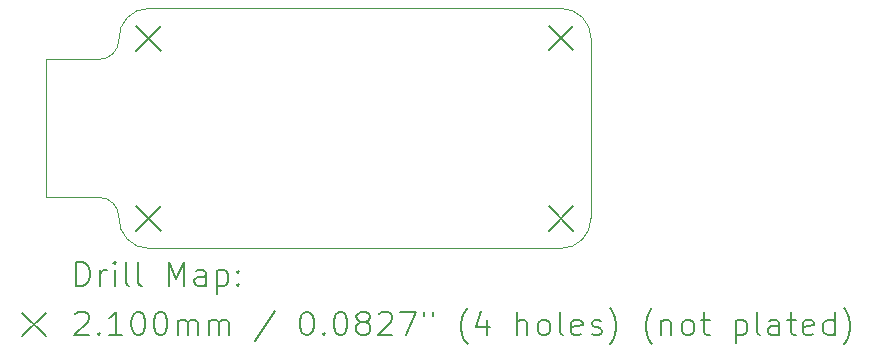
<source format=gbr>
%TF.GenerationSoftware,KiCad,Pcbnew,7.0.6*%
%TF.CreationDate,2024-02-06T23:20:28+01:00*%
%TF.ProjectId,USB2CANv2,55534232-4341-44e7-9632-2e6b69636164,0_2*%
%TF.SameCoordinates,Original*%
%TF.FileFunction,Drillmap*%
%TF.FilePolarity,Positive*%
%FSLAX45Y45*%
G04 Gerber Fmt 4.5, Leading zero omitted, Abs format (unit mm)*
G04 Created by KiCad (PCBNEW 7.0.6) date 2024-02-06 23:20:28*
%MOMM*%
%LPD*%
G01*
G04 APERTURE LIST*
%ADD10C,0.100000*%
%ADD11C,0.200000*%
%ADD12C,0.210000*%
G04 APERTURE END LIST*
D10*
X16712960Y-9001915D02*
X16712960Y-10525808D01*
X16712960Y-9001915D02*
G75*
G03*
X16458960Y-8747915I-254000J0D01*
G01*
X12969240Y-8747760D02*
X16458960Y-8747915D01*
X12969240Y-10779963D02*
X16458960Y-10779808D01*
X12099847Y-9179841D02*
X12099847Y-10347882D01*
X12547600Y-9179763D02*
X12099847Y-9179841D01*
X12547600Y-9179763D02*
G75*
G03*
X12715240Y-9012123I0J167640D01*
G01*
X12547600Y-10347960D02*
X12099847Y-10347882D01*
X12715240Y-10515600D02*
G75*
G03*
X12547600Y-10347960I-167640J0D01*
G01*
X12969240Y-8747760D02*
G75*
G03*
X12715240Y-9012123I0J-254204D01*
G01*
X12715240Y-10515600D02*
G75*
G03*
X12969240Y-10779963I254000J-10160D01*
G01*
X16458960Y-10779808D02*
G75*
G03*
X16712960Y-10525808I0J254000D01*
G01*
D11*
D12*
X12864240Y-8896760D02*
X13074240Y-9106760D01*
X13074240Y-8896760D02*
X12864240Y-9106760D01*
X12864240Y-10420760D02*
X13074240Y-10630760D01*
X13074240Y-10420760D02*
X12864240Y-10630760D01*
X16353960Y-10420808D02*
X16563960Y-10630808D01*
X16563960Y-10420808D02*
X16353960Y-10630808D01*
X16354183Y-8893454D02*
X16564183Y-9103454D01*
X16564183Y-8893454D02*
X16354183Y-9103454D01*
D11*
X12355624Y-11096447D02*
X12355624Y-10896447D01*
X12355624Y-10896447D02*
X12403243Y-10896447D01*
X12403243Y-10896447D02*
X12431814Y-10905971D01*
X12431814Y-10905971D02*
X12450862Y-10925018D01*
X12450862Y-10925018D02*
X12460385Y-10944066D01*
X12460385Y-10944066D02*
X12469909Y-10982161D01*
X12469909Y-10982161D02*
X12469909Y-11010733D01*
X12469909Y-11010733D02*
X12460385Y-11048828D01*
X12460385Y-11048828D02*
X12450862Y-11067875D01*
X12450862Y-11067875D02*
X12431814Y-11086923D01*
X12431814Y-11086923D02*
X12403243Y-11096447D01*
X12403243Y-11096447D02*
X12355624Y-11096447D01*
X12555624Y-11096447D02*
X12555624Y-10963114D01*
X12555624Y-11001209D02*
X12565147Y-10982161D01*
X12565147Y-10982161D02*
X12574671Y-10972637D01*
X12574671Y-10972637D02*
X12593719Y-10963114D01*
X12593719Y-10963114D02*
X12612766Y-10963114D01*
X12679433Y-11096447D02*
X12679433Y-10963114D01*
X12679433Y-10896447D02*
X12669909Y-10905971D01*
X12669909Y-10905971D02*
X12679433Y-10915495D01*
X12679433Y-10915495D02*
X12688957Y-10905971D01*
X12688957Y-10905971D02*
X12679433Y-10896447D01*
X12679433Y-10896447D02*
X12679433Y-10915495D01*
X12803243Y-11096447D02*
X12784195Y-11086923D01*
X12784195Y-11086923D02*
X12774671Y-11067875D01*
X12774671Y-11067875D02*
X12774671Y-10896447D01*
X12908004Y-11096447D02*
X12888957Y-11086923D01*
X12888957Y-11086923D02*
X12879433Y-11067875D01*
X12879433Y-11067875D02*
X12879433Y-10896447D01*
X13136576Y-11096447D02*
X13136576Y-10896447D01*
X13136576Y-10896447D02*
X13203243Y-11039304D01*
X13203243Y-11039304D02*
X13269909Y-10896447D01*
X13269909Y-10896447D02*
X13269909Y-11096447D01*
X13450862Y-11096447D02*
X13450862Y-10991685D01*
X13450862Y-10991685D02*
X13441338Y-10972637D01*
X13441338Y-10972637D02*
X13422290Y-10963114D01*
X13422290Y-10963114D02*
X13384195Y-10963114D01*
X13384195Y-10963114D02*
X13365147Y-10972637D01*
X13450862Y-11086923D02*
X13431814Y-11096447D01*
X13431814Y-11096447D02*
X13384195Y-11096447D01*
X13384195Y-11096447D02*
X13365147Y-11086923D01*
X13365147Y-11086923D02*
X13355624Y-11067875D01*
X13355624Y-11067875D02*
X13355624Y-11048828D01*
X13355624Y-11048828D02*
X13365147Y-11029780D01*
X13365147Y-11029780D02*
X13384195Y-11020256D01*
X13384195Y-11020256D02*
X13431814Y-11020256D01*
X13431814Y-11020256D02*
X13450862Y-11010733D01*
X13546100Y-10963114D02*
X13546100Y-11163114D01*
X13546100Y-10972637D02*
X13565147Y-10963114D01*
X13565147Y-10963114D02*
X13603243Y-10963114D01*
X13603243Y-10963114D02*
X13622290Y-10972637D01*
X13622290Y-10972637D02*
X13631814Y-10982161D01*
X13631814Y-10982161D02*
X13641338Y-11001209D01*
X13641338Y-11001209D02*
X13641338Y-11058352D01*
X13641338Y-11058352D02*
X13631814Y-11077399D01*
X13631814Y-11077399D02*
X13622290Y-11086923D01*
X13622290Y-11086923D02*
X13603243Y-11096447D01*
X13603243Y-11096447D02*
X13565147Y-11096447D01*
X13565147Y-11096447D02*
X13546100Y-11086923D01*
X13727052Y-11077399D02*
X13736576Y-11086923D01*
X13736576Y-11086923D02*
X13727052Y-11096447D01*
X13727052Y-11096447D02*
X13717528Y-11086923D01*
X13717528Y-11086923D02*
X13727052Y-11077399D01*
X13727052Y-11077399D02*
X13727052Y-11096447D01*
X13727052Y-10972637D02*
X13736576Y-10982161D01*
X13736576Y-10982161D02*
X13727052Y-10991685D01*
X13727052Y-10991685D02*
X13717528Y-10982161D01*
X13717528Y-10982161D02*
X13727052Y-10972637D01*
X13727052Y-10972637D02*
X13727052Y-10991685D01*
X11894847Y-11324963D02*
X12094847Y-11524963D01*
X12094847Y-11324963D02*
X11894847Y-11524963D01*
X12346100Y-11335494D02*
X12355624Y-11325971D01*
X12355624Y-11325971D02*
X12374671Y-11316447D01*
X12374671Y-11316447D02*
X12422290Y-11316447D01*
X12422290Y-11316447D02*
X12441338Y-11325971D01*
X12441338Y-11325971D02*
X12450862Y-11335494D01*
X12450862Y-11335494D02*
X12460385Y-11354542D01*
X12460385Y-11354542D02*
X12460385Y-11373590D01*
X12460385Y-11373590D02*
X12450862Y-11402161D01*
X12450862Y-11402161D02*
X12336576Y-11516447D01*
X12336576Y-11516447D02*
X12460385Y-11516447D01*
X12546100Y-11497399D02*
X12555624Y-11506923D01*
X12555624Y-11506923D02*
X12546100Y-11516447D01*
X12546100Y-11516447D02*
X12536576Y-11506923D01*
X12536576Y-11506923D02*
X12546100Y-11497399D01*
X12546100Y-11497399D02*
X12546100Y-11516447D01*
X12746100Y-11516447D02*
X12631814Y-11516447D01*
X12688957Y-11516447D02*
X12688957Y-11316447D01*
X12688957Y-11316447D02*
X12669909Y-11345018D01*
X12669909Y-11345018D02*
X12650862Y-11364066D01*
X12650862Y-11364066D02*
X12631814Y-11373590D01*
X12869909Y-11316447D02*
X12888957Y-11316447D01*
X12888957Y-11316447D02*
X12908005Y-11325971D01*
X12908005Y-11325971D02*
X12917528Y-11335494D01*
X12917528Y-11335494D02*
X12927052Y-11354542D01*
X12927052Y-11354542D02*
X12936576Y-11392637D01*
X12936576Y-11392637D02*
X12936576Y-11440256D01*
X12936576Y-11440256D02*
X12927052Y-11478352D01*
X12927052Y-11478352D02*
X12917528Y-11497399D01*
X12917528Y-11497399D02*
X12908005Y-11506923D01*
X12908005Y-11506923D02*
X12888957Y-11516447D01*
X12888957Y-11516447D02*
X12869909Y-11516447D01*
X12869909Y-11516447D02*
X12850862Y-11506923D01*
X12850862Y-11506923D02*
X12841338Y-11497399D01*
X12841338Y-11497399D02*
X12831814Y-11478352D01*
X12831814Y-11478352D02*
X12822290Y-11440256D01*
X12822290Y-11440256D02*
X12822290Y-11392637D01*
X12822290Y-11392637D02*
X12831814Y-11354542D01*
X12831814Y-11354542D02*
X12841338Y-11335494D01*
X12841338Y-11335494D02*
X12850862Y-11325971D01*
X12850862Y-11325971D02*
X12869909Y-11316447D01*
X13060385Y-11316447D02*
X13079433Y-11316447D01*
X13079433Y-11316447D02*
X13098481Y-11325971D01*
X13098481Y-11325971D02*
X13108005Y-11335494D01*
X13108005Y-11335494D02*
X13117528Y-11354542D01*
X13117528Y-11354542D02*
X13127052Y-11392637D01*
X13127052Y-11392637D02*
X13127052Y-11440256D01*
X13127052Y-11440256D02*
X13117528Y-11478352D01*
X13117528Y-11478352D02*
X13108005Y-11497399D01*
X13108005Y-11497399D02*
X13098481Y-11506923D01*
X13098481Y-11506923D02*
X13079433Y-11516447D01*
X13079433Y-11516447D02*
X13060385Y-11516447D01*
X13060385Y-11516447D02*
X13041338Y-11506923D01*
X13041338Y-11506923D02*
X13031814Y-11497399D01*
X13031814Y-11497399D02*
X13022290Y-11478352D01*
X13022290Y-11478352D02*
X13012766Y-11440256D01*
X13012766Y-11440256D02*
X13012766Y-11392637D01*
X13012766Y-11392637D02*
X13022290Y-11354542D01*
X13022290Y-11354542D02*
X13031814Y-11335494D01*
X13031814Y-11335494D02*
X13041338Y-11325971D01*
X13041338Y-11325971D02*
X13060385Y-11316447D01*
X13212766Y-11516447D02*
X13212766Y-11383113D01*
X13212766Y-11402161D02*
X13222290Y-11392637D01*
X13222290Y-11392637D02*
X13241338Y-11383113D01*
X13241338Y-11383113D02*
X13269909Y-11383113D01*
X13269909Y-11383113D02*
X13288957Y-11392637D01*
X13288957Y-11392637D02*
X13298481Y-11411685D01*
X13298481Y-11411685D02*
X13298481Y-11516447D01*
X13298481Y-11411685D02*
X13308005Y-11392637D01*
X13308005Y-11392637D02*
X13327052Y-11383113D01*
X13327052Y-11383113D02*
X13355624Y-11383113D01*
X13355624Y-11383113D02*
X13374671Y-11392637D01*
X13374671Y-11392637D02*
X13384195Y-11411685D01*
X13384195Y-11411685D02*
X13384195Y-11516447D01*
X13479433Y-11516447D02*
X13479433Y-11383113D01*
X13479433Y-11402161D02*
X13488957Y-11392637D01*
X13488957Y-11392637D02*
X13508005Y-11383113D01*
X13508005Y-11383113D02*
X13536576Y-11383113D01*
X13536576Y-11383113D02*
X13555624Y-11392637D01*
X13555624Y-11392637D02*
X13565147Y-11411685D01*
X13565147Y-11411685D02*
X13565147Y-11516447D01*
X13565147Y-11411685D02*
X13574671Y-11392637D01*
X13574671Y-11392637D02*
X13593719Y-11383113D01*
X13593719Y-11383113D02*
X13622290Y-11383113D01*
X13622290Y-11383113D02*
X13641338Y-11392637D01*
X13641338Y-11392637D02*
X13650862Y-11411685D01*
X13650862Y-11411685D02*
X13650862Y-11516447D01*
X14041338Y-11306923D02*
X13869909Y-11564066D01*
X14298481Y-11316447D02*
X14317529Y-11316447D01*
X14317529Y-11316447D02*
X14336576Y-11325971D01*
X14336576Y-11325971D02*
X14346100Y-11335494D01*
X14346100Y-11335494D02*
X14355624Y-11354542D01*
X14355624Y-11354542D02*
X14365148Y-11392637D01*
X14365148Y-11392637D02*
X14365148Y-11440256D01*
X14365148Y-11440256D02*
X14355624Y-11478352D01*
X14355624Y-11478352D02*
X14346100Y-11497399D01*
X14346100Y-11497399D02*
X14336576Y-11506923D01*
X14336576Y-11506923D02*
X14317529Y-11516447D01*
X14317529Y-11516447D02*
X14298481Y-11516447D01*
X14298481Y-11516447D02*
X14279433Y-11506923D01*
X14279433Y-11506923D02*
X14269909Y-11497399D01*
X14269909Y-11497399D02*
X14260386Y-11478352D01*
X14260386Y-11478352D02*
X14250862Y-11440256D01*
X14250862Y-11440256D02*
X14250862Y-11392637D01*
X14250862Y-11392637D02*
X14260386Y-11354542D01*
X14260386Y-11354542D02*
X14269909Y-11335494D01*
X14269909Y-11335494D02*
X14279433Y-11325971D01*
X14279433Y-11325971D02*
X14298481Y-11316447D01*
X14450862Y-11497399D02*
X14460386Y-11506923D01*
X14460386Y-11506923D02*
X14450862Y-11516447D01*
X14450862Y-11516447D02*
X14441338Y-11506923D01*
X14441338Y-11506923D02*
X14450862Y-11497399D01*
X14450862Y-11497399D02*
X14450862Y-11516447D01*
X14584195Y-11316447D02*
X14603243Y-11316447D01*
X14603243Y-11316447D02*
X14622290Y-11325971D01*
X14622290Y-11325971D02*
X14631814Y-11335494D01*
X14631814Y-11335494D02*
X14641338Y-11354542D01*
X14641338Y-11354542D02*
X14650862Y-11392637D01*
X14650862Y-11392637D02*
X14650862Y-11440256D01*
X14650862Y-11440256D02*
X14641338Y-11478352D01*
X14641338Y-11478352D02*
X14631814Y-11497399D01*
X14631814Y-11497399D02*
X14622290Y-11506923D01*
X14622290Y-11506923D02*
X14603243Y-11516447D01*
X14603243Y-11516447D02*
X14584195Y-11516447D01*
X14584195Y-11516447D02*
X14565148Y-11506923D01*
X14565148Y-11506923D02*
X14555624Y-11497399D01*
X14555624Y-11497399D02*
X14546100Y-11478352D01*
X14546100Y-11478352D02*
X14536576Y-11440256D01*
X14536576Y-11440256D02*
X14536576Y-11392637D01*
X14536576Y-11392637D02*
X14546100Y-11354542D01*
X14546100Y-11354542D02*
X14555624Y-11335494D01*
X14555624Y-11335494D02*
X14565148Y-11325971D01*
X14565148Y-11325971D02*
X14584195Y-11316447D01*
X14765148Y-11402161D02*
X14746100Y-11392637D01*
X14746100Y-11392637D02*
X14736576Y-11383113D01*
X14736576Y-11383113D02*
X14727052Y-11364066D01*
X14727052Y-11364066D02*
X14727052Y-11354542D01*
X14727052Y-11354542D02*
X14736576Y-11335494D01*
X14736576Y-11335494D02*
X14746100Y-11325971D01*
X14746100Y-11325971D02*
X14765148Y-11316447D01*
X14765148Y-11316447D02*
X14803243Y-11316447D01*
X14803243Y-11316447D02*
X14822290Y-11325971D01*
X14822290Y-11325971D02*
X14831814Y-11335494D01*
X14831814Y-11335494D02*
X14841338Y-11354542D01*
X14841338Y-11354542D02*
X14841338Y-11364066D01*
X14841338Y-11364066D02*
X14831814Y-11383113D01*
X14831814Y-11383113D02*
X14822290Y-11392637D01*
X14822290Y-11392637D02*
X14803243Y-11402161D01*
X14803243Y-11402161D02*
X14765148Y-11402161D01*
X14765148Y-11402161D02*
X14746100Y-11411685D01*
X14746100Y-11411685D02*
X14736576Y-11421209D01*
X14736576Y-11421209D02*
X14727052Y-11440256D01*
X14727052Y-11440256D02*
X14727052Y-11478352D01*
X14727052Y-11478352D02*
X14736576Y-11497399D01*
X14736576Y-11497399D02*
X14746100Y-11506923D01*
X14746100Y-11506923D02*
X14765148Y-11516447D01*
X14765148Y-11516447D02*
X14803243Y-11516447D01*
X14803243Y-11516447D02*
X14822290Y-11506923D01*
X14822290Y-11506923D02*
X14831814Y-11497399D01*
X14831814Y-11497399D02*
X14841338Y-11478352D01*
X14841338Y-11478352D02*
X14841338Y-11440256D01*
X14841338Y-11440256D02*
X14831814Y-11421209D01*
X14831814Y-11421209D02*
X14822290Y-11411685D01*
X14822290Y-11411685D02*
X14803243Y-11402161D01*
X14917529Y-11335494D02*
X14927052Y-11325971D01*
X14927052Y-11325971D02*
X14946100Y-11316447D01*
X14946100Y-11316447D02*
X14993719Y-11316447D01*
X14993719Y-11316447D02*
X15012767Y-11325971D01*
X15012767Y-11325971D02*
X15022290Y-11335494D01*
X15022290Y-11335494D02*
X15031814Y-11354542D01*
X15031814Y-11354542D02*
X15031814Y-11373590D01*
X15031814Y-11373590D02*
X15022290Y-11402161D01*
X15022290Y-11402161D02*
X14908005Y-11516447D01*
X14908005Y-11516447D02*
X15031814Y-11516447D01*
X15098481Y-11316447D02*
X15231814Y-11316447D01*
X15231814Y-11316447D02*
X15146100Y-11516447D01*
X15298481Y-11316447D02*
X15298481Y-11354542D01*
X15374671Y-11316447D02*
X15374671Y-11354542D01*
X15669910Y-11592637D02*
X15660386Y-11583113D01*
X15660386Y-11583113D02*
X15641338Y-11554542D01*
X15641338Y-11554542D02*
X15631814Y-11535494D01*
X15631814Y-11535494D02*
X15622291Y-11506923D01*
X15622291Y-11506923D02*
X15612767Y-11459304D01*
X15612767Y-11459304D02*
X15612767Y-11421209D01*
X15612767Y-11421209D02*
X15622291Y-11373590D01*
X15622291Y-11373590D02*
X15631814Y-11345018D01*
X15631814Y-11345018D02*
X15641338Y-11325971D01*
X15641338Y-11325971D02*
X15660386Y-11297399D01*
X15660386Y-11297399D02*
X15669910Y-11287875D01*
X15831814Y-11383113D02*
X15831814Y-11516447D01*
X15784195Y-11306923D02*
X15736576Y-11449780D01*
X15736576Y-11449780D02*
X15860386Y-11449780D01*
X16088957Y-11516447D02*
X16088957Y-11316447D01*
X16174672Y-11516447D02*
X16174672Y-11411685D01*
X16174672Y-11411685D02*
X16165148Y-11392637D01*
X16165148Y-11392637D02*
X16146100Y-11383113D01*
X16146100Y-11383113D02*
X16117529Y-11383113D01*
X16117529Y-11383113D02*
X16098481Y-11392637D01*
X16098481Y-11392637D02*
X16088957Y-11402161D01*
X16298481Y-11516447D02*
X16279433Y-11506923D01*
X16279433Y-11506923D02*
X16269910Y-11497399D01*
X16269910Y-11497399D02*
X16260386Y-11478352D01*
X16260386Y-11478352D02*
X16260386Y-11421209D01*
X16260386Y-11421209D02*
X16269910Y-11402161D01*
X16269910Y-11402161D02*
X16279433Y-11392637D01*
X16279433Y-11392637D02*
X16298481Y-11383113D01*
X16298481Y-11383113D02*
X16327053Y-11383113D01*
X16327053Y-11383113D02*
X16346100Y-11392637D01*
X16346100Y-11392637D02*
X16355624Y-11402161D01*
X16355624Y-11402161D02*
X16365148Y-11421209D01*
X16365148Y-11421209D02*
X16365148Y-11478352D01*
X16365148Y-11478352D02*
X16355624Y-11497399D01*
X16355624Y-11497399D02*
X16346100Y-11506923D01*
X16346100Y-11506923D02*
X16327053Y-11516447D01*
X16327053Y-11516447D02*
X16298481Y-11516447D01*
X16479433Y-11516447D02*
X16460386Y-11506923D01*
X16460386Y-11506923D02*
X16450862Y-11487875D01*
X16450862Y-11487875D02*
X16450862Y-11316447D01*
X16631814Y-11506923D02*
X16612767Y-11516447D01*
X16612767Y-11516447D02*
X16574672Y-11516447D01*
X16574672Y-11516447D02*
X16555624Y-11506923D01*
X16555624Y-11506923D02*
X16546100Y-11487875D01*
X16546100Y-11487875D02*
X16546100Y-11411685D01*
X16546100Y-11411685D02*
X16555624Y-11392637D01*
X16555624Y-11392637D02*
X16574672Y-11383113D01*
X16574672Y-11383113D02*
X16612767Y-11383113D01*
X16612767Y-11383113D02*
X16631814Y-11392637D01*
X16631814Y-11392637D02*
X16641338Y-11411685D01*
X16641338Y-11411685D02*
X16641338Y-11430733D01*
X16641338Y-11430733D02*
X16546100Y-11449780D01*
X16717529Y-11506923D02*
X16736576Y-11516447D01*
X16736576Y-11516447D02*
X16774672Y-11516447D01*
X16774672Y-11516447D02*
X16793719Y-11506923D01*
X16793719Y-11506923D02*
X16803243Y-11487875D01*
X16803243Y-11487875D02*
X16803243Y-11478352D01*
X16803243Y-11478352D02*
X16793719Y-11459304D01*
X16793719Y-11459304D02*
X16774672Y-11449780D01*
X16774672Y-11449780D02*
X16746100Y-11449780D01*
X16746100Y-11449780D02*
X16727053Y-11440256D01*
X16727053Y-11440256D02*
X16717529Y-11421209D01*
X16717529Y-11421209D02*
X16717529Y-11411685D01*
X16717529Y-11411685D02*
X16727053Y-11392637D01*
X16727053Y-11392637D02*
X16746100Y-11383113D01*
X16746100Y-11383113D02*
X16774672Y-11383113D01*
X16774672Y-11383113D02*
X16793719Y-11392637D01*
X16869910Y-11592637D02*
X16879434Y-11583113D01*
X16879434Y-11583113D02*
X16898481Y-11554542D01*
X16898481Y-11554542D02*
X16908005Y-11535494D01*
X16908005Y-11535494D02*
X16917529Y-11506923D01*
X16917529Y-11506923D02*
X16927053Y-11459304D01*
X16927053Y-11459304D02*
X16927053Y-11421209D01*
X16927053Y-11421209D02*
X16917529Y-11373590D01*
X16917529Y-11373590D02*
X16908005Y-11345018D01*
X16908005Y-11345018D02*
X16898481Y-11325971D01*
X16898481Y-11325971D02*
X16879434Y-11297399D01*
X16879434Y-11297399D02*
X16869910Y-11287875D01*
X17231815Y-11592637D02*
X17222291Y-11583113D01*
X17222291Y-11583113D02*
X17203243Y-11554542D01*
X17203243Y-11554542D02*
X17193719Y-11535494D01*
X17193719Y-11535494D02*
X17184196Y-11506923D01*
X17184196Y-11506923D02*
X17174672Y-11459304D01*
X17174672Y-11459304D02*
X17174672Y-11421209D01*
X17174672Y-11421209D02*
X17184196Y-11373590D01*
X17184196Y-11373590D02*
X17193719Y-11345018D01*
X17193719Y-11345018D02*
X17203243Y-11325971D01*
X17203243Y-11325971D02*
X17222291Y-11297399D01*
X17222291Y-11297399D02*
X17231815Y-11287875D01*
X17308005Y-11383113D02*
X17308005Y-11516447D01*
X17308005Y-11402161D02*
X17317529Y-11392637D01*
X17317529Y-11392637D02*
X17336576Y-11383113D01*
X17336576Y-11383113D02*
X17365148Y-11383113D01*
X17365148Y-11383113D02*
X17384196Y-11392637D01*
X17384196Y-11392637D02*
X17393719Y-11411685D01*
X17393719Y-11411685D02*
X17393719Y-11516447D01*
X17517529Y-11516447D02*
X17498481Y-11506923D01*
X17498481Y-11506923D02*
X17488957Y-11497399D01*
X17488957Y-11497399D02*
X17479434Y-11478352D01*
X17479434Y-11478352D02*
X17479434Y-11421209D01*
X17479434Y-11421209D02*
X17488957Y-11402161D01*
X17488957Y-11402161D02*
X17498481Y-11392637D01*
X17498481Y-11392637D02*
X17517529Y-11383113D01*
X17517529Y-11383113D02*
X17546100Y-11383113D01*
X17546100Y-11383113D02*
X17565148Y-11392637D01*
X17565148Y-11392637D02*
X17574672Y-11402161D01*
X17574672Y-11402161D02*
X17584196Y-11421209D01*
X17584196Y-11421209D02*
X17584196Y-11478352D01*
X17584196Y-11478352D02*
X17574672Y-11497399D01*
X17574672Y-11497399D02*
X17565148Y-11506923D01*
X17565148Y-11506923D02*
X17546100Y-11516447D01*
X17546100Y-11516447D02*
X17517529Y-11516447D01*
X17641338Y-11383113D02*
X17717529Y-11383113D01*
X17669910Y-11316447D02*
X17669910Y-11487875D01*
X17669910Y-11487875D02*
X17679434Y-11506923D01*
X17679434Y-11506923D02*
X17698481Y-11516447D01*
X17698481Y-11516447D02*
X17717529Y-11516447D01*
X17936577Y-11383113D02*
X17936577Y-11583113D01*
X17936577Y-11392637D02*
X17955624Y-11383113D01*
X17955624Y-11383113D02*
X17993719Y-11383113D01*
X17993719Y-11383113D02*
X18012767Y-11392637D01*
X18012767Y-11392637D02*
X18022291Y-11402161D01*
X18022291Y-11402161D02*
X18031815Y-11421209D01*
X18031815Y-11421209D02*
X18031815Y-11478352D01*
X18031815Y-11478352D02*
X18022291Y-11497399D01*
X18022291Y-11497399D02*
X18012767Y-11506923D01*
X18012767Y-11506923D02*
X17993719Y-11516447D01*
X17993719Y-11516447D02*
X17955624Y-11516447D01*
X17955624Y-11516447D02*
X17936577Y-11506923D01*
X18146100Y-11516447D02*
X18127053Y-11506923D01*
X18127053Y-11506923D02*
X18117529Y-11487875D01*
X18117529Y-11487875D02*
X18117529Y-11316447D01*
X18308005Y-11516447D02*
X18308005Y-11411685D01*
X18308005Y-11411685D02*
X18298481Y-11392637D01*
X18298481Y-11392637D02*
X18279434Y-11383113D01*
X18279434Y-11383113D02*
X18241338Y-11383113D01*
X18241338Y-11383113D02*
X18222291Y-11392637D01*
X18308005Y-11506923D02*
X18288958Y-11516447D01*
X18288958Y-11516447D02*
X18241338Y-11516447D01*
X18241338Y-11516447D02*
X18222291Y-11506923D01*
X18222291Y-11506923D02*
X18212767Y-11487875D01*
X18212767Y-11487875D02*
X18212767Y-11468828D01*
X18212767Y-11468828D02*
X18222291Y-11449780D01*
X18222291Y-11449780D02*
X18241338Y-11440256D01*
X18241338Y-11440256D02*
X18288958Y-11440256D01*
X18288958Y-11440256D02*
X18308005Y-11430733D01*
X18374672Y-11383113D02*
X18450862Y-11383113D01*
X18403243Y-11316447D02*
X18403243Y-11487875D01*
X18403243Y-11487875D02*
X18412767Y-11506923D01*
X18412767Y-11506923D02*
X18431815Y-11516447D01*
X18431815Y-11516447D02*
X18450862Y-11516447D01*
X18593719Y-11506923D02*
X18574672Y-11516447D01*
X18574672Y-11516447D02*
X18536577Y-11516447D01*
X18536577Y-11516447D02*
X18517529Y-11506923D01*
X18517529Y-11506923D02*
X18508005Y-11487875D01*
X18508005Y-11487875D02*
X18508005Y-11411685D01*
X18508005Y-11411685D02*
X18517529Y-11392637D01*
X18517529Y-11392637D02*
X18536577Y-11383113D01*
X18536577Y-11383113D02*
X18574672Y-11383113D01*
X18574672Y-11383113D02*
X18593719Y-11392637D01*
X18593719Y-11392637D02*
X18603243Y-11411685D01*
X18603243Y-11411685D02*
X18603243Y-11430733D01*
X18603243Y-11430733D02*
X18508005Y-11449780D01*
X18774672Y-11516447D02*
X18774672Y-11316447D01*
X18774672Y-11506923D02*
X18755624Y-11516447D01*
X18755624Y-11516447D02*
X18717529Y-11516447D01*
X18717529Y-11516447D02*
X18698481Y-11506923D01*
X18698481Y-11506923D02*
X18688958Y-11497399D01*
X18688958Y-11497399D02*
X18679434Y-11478352D01*
X18679434Y-11478352D02*
X18679434Y-11421209D01*
X18679434Y-11421209D02*
X18688958Y-11402161D01*
X18688958Y-11402161D02*
X18698481Y-11392637D01*
X18698481Y-11392637D02*
X18717529Y-11383113D01*
X18717529Y-11383113D02*
X18755624Y-11383113D01*
X18755624Y-11383113D02*
X18774672Y-11392637D01*
X18850862Y-11592637D02*
X18860386Y-11583113D01*
X18860386Y-11583113D02*
X18879434Y-11554542D01*
X18879434Y-11554542D02*
X18888958Y-11535494D01*
X18888958Y-11535494D02*
X18898481Y-11506923D01*
X18898481Y-11506923D02*
X18908005Y-11459304D01*
X18908005Y-11459304D02*
X18908005Y-11421209D01*
X18908005Y-11421209D02*
X18898481Y-11373590D01*
X18898481Y-11373590D02*
X18888958Y-11345018D01*
X18888958Y-11345018D02*
X18879434Y-11325971D01*
X18879434Y-11325971D02*
X18860386Y-11297399D01*
X18860386Y-11297399D02*
X18850862Y-11287875D01*
M02*

</source>
